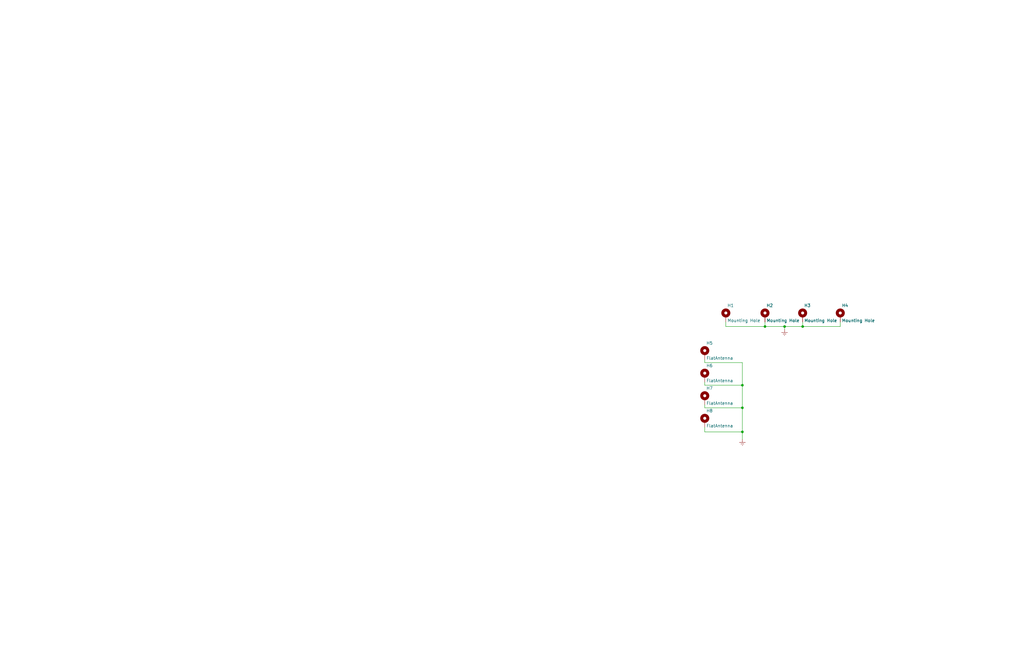
<source format=kicad_sch>
(kicad_sch (version 20200828) (generator eeschema)
  (page 4 6)
  (paper "USLedger")
  (title_block (title "AP2100-power-proto") (date "2020-10-06") (rev "1") (company "ISis ImageStream Internet Solutions, Inc."))
  (lib_symbols
    (symbol "AP2100-rescue:GND-Scott" (power) (pin_names (offset 0))
      (property "Value" "GND-Scott" (at 0 -3.81 0))
      (symbol "GND-Scott_1_1"
        (polyline (pts (xy -0.635 -1.905) (xy 0.635 -1.905)))
        (polyline (pts (xy -0.127 -2.54) (xy 0.127 -2.54)))
        (polyline (pts (xy 0 -1.27) (xy 0 0)))
        (polyline (pts (xy 1.27 -1.27) (xy -1.27 -1.27)))
        (pin power_in line (at 0 0 270) (length 0) hide (name "GND") (number "1"))
      )
    )
    (symbol "Mechanical:MountingHole_Pad" (pin_numbers hide) (pin_names (offset 1.016) hide)
      (property "Reference" "H" (at 0 6.35 0))
      (property "Value" "MountingHole_Pad" (at 0 4.445 0))
      (symbol "MountingHole_Pad_0_1"
        (circle (center 0 1.27) (radius 1.27) (stroke (width 1.27)))
      )
      (symbol "MountingHole_Pad_1_1"
        (pin input line (at 0 -2.54 90) (length 2.54) (name "1") (number "1"))
      )
    )
  )
  (junction (at 313.055 162.56) (diameter 0.9144))
  (junction (at 313.055 172.085) (diameter 0.9144))
  (junction (at 313.055 182.245) (diameter 0.9144))
  (junction (at 322.58 137.795) (diameter 0.9144))
  (junction (at 330.835 137.795) (diameter 0.9144))
  (junction (at 338.455 137.795) (diameter 0.9144))
  (wire (pts (xy 297.18 151.765) (xy 297.18 153.035)))
  (wire (pts (xy 297.18 153.035) (xy 313.055 153.035)))
  (wire (pts (xy 297.18 161.29) (xy 297.18 162.56)))
  (wire (pts (xy 297.18 162.56) (xy 313.055 162.56)))
  (wire (pts (xy 297.18 170.815) (xy 297.18 172.085)))
  (wire (pts (xy 297.18 172.085) (xy 313.055 172.085)))
  (wire (pts (xy 297.18 180.34) (xy 297.18 182.245)))
  (wire (pts (xy 297.18 182.245) (xy 313.055 182.245)))
  (wire (pts (xy 306.07 135.89) (xy 306.07 137.795)))
  (wire (pts (xy 306.07 137.795) (xy 322.58 137.795)))
  (wire (pts (xy 313.055 153.035) (xy 313.055 162.56)))
  (wire (pts (xy 313.055 162.56) (xy 313.055 172.085)))
  (wire (pts (xy 313.055 172.085) (xy 313.055 182.245)))
  (wire (pts (xy 313.055 182.245) (xy 313.055 185.42)))
  (wire (pts (xy 322.58 135.89) (xy 322.58 137.795)))
  (wire (pts (xy 322.58 137.795) (xy 330.835 137.795)))
  (wire (pts (xy 330.835 137.795) (xy 330.835 139.065)))
  (wire (pts (xy 330.835 137.795) (xy 338.455 137.795)))
  (wire (pts (xy 338.455 135.89) (xy 338.455 137.795)))
  (wire (pts (xy 338.455 137.795) (xy 354.33 137.795)))
  (wire (pts (xy 354.33 137.795) (xy 354.33 135.89)))
  (symbol (lib_id "AP2100-rescue:GND-Scott") (at 313.055 185.42 0) (mirror y) (unit 1)
    (property "Reference" "#PWR068" (effects hide))
    (property "Value" "GND" (effects hide))
  )
  (symbol (lib_id "AP2100-rescue:GND-Scott") (at 330.835 139.065 0) (mirror y) (unit 1)
    (property "Reference" "#PWR067" (effects hide))
    (property "Value" "GND" (effects hide))
  )
  (symbol (lib_id "Mechanical:MountingHole_Pad") (at 297.18 149.225 0) (unit 1)
    (property "Reference" "H5" (at 297.815 144.78 0) (effects (justify left)))
    (property "Value" "FlatAntenna" (at 297.815 151.13 0) (effects (justify left)))
    (property "Footprint" "Scott:MountingHole_4.4mm_Pad_TopOnly" (effects hide))
  )
  (symbol (lib_id "Mechanical:MountingHole_Pad") (at 297.18 158.75 0) (unit 1)
    (property "Reference" "H6" (at 297.815 154.305 0) (effects (justify left)))
    (property "Value" "FlatAntenna" (at 297.815 160.655 0) (effects (justify left)))
    (property "Footprint" "Scott:MountingHole_4.4mm_Pad_TopOnly" (effects hide))
  )
  (symbol (lib_id "Mechanical:MountingHole_Pad") (at 297.18 168.275 0) (unit 1)
    (property "Reference" "H7" (at 297.815 163.83 0) (effects (justify left)))
    (property "Value" "FlatAntenna" (at 297.815 170.18 0) (effects (justify left)))
    (property "Footprint" "Scott:MountingHole_4.4mm_Pad_TopOnly" (effects hide))
  )
  (symbol (lib_id "Mechanical:MountingHole_Pad") (at 297.18 177.8 0) (unit 1)
    (property "Reference" "H8" (at 297.815 173.355 0) (effects (justify left)))
    (property "Value" "FlatAntenna" (at 297.815 179.705 0) (effects (justify left)))
    (property "Footprint" "Scott:MountingHole_4.4mm_Pad_TopOnly" (effects hide))
  )
  (symbol (lib_id "Mechanical:MountingHole_Pad") (at 306.07 133.35 0) (unit 1)
    (property "Reference" "H1" (at 306.705 128.905 0) (effects (justify left)))
    (property "Value" "Mounting Hole" (at 306.705 135.255 0) (effects (justify left)))
    (property "Footprint" "MountingHole:MountingHole_2.5mm_Pad_TopBottom" (effects hide))
  )
  (symbol (lib_id "Mechanical:MountingHole_Pad") (at 322.58 133.35 0) (unit 1)
    (property "Reference" "H2" (at 323.215 128.905 0) (effects (justify left)))
    (property "Value" "Mounting Hole" (at 323.215 135.255 0) (effects (justify left)))
    (property "Footprint" "MountingHole:MountingHole_2.5mm_Pad_TopBottom" (effects hide))
  )
  (symbol (lib_id "Mechanical:MountingHole_Pad") (at 338.455 133.35 0) (unit 1)
    (property "Reference" "H3" (at 339.09 128.905 0) (effects (justify left)))
    (property "Value" "Mounting Hole" (at 339.09 135.255 0) (effects (justify left)))
    (property "Footprint" "MountingHole:MountingHole_2.5mm_Pad_TopBottom" (effects hide))
  )
  (symbol (lib_id "Mechanical:MountingHole_Pad") (at 354.33 133.35 0) (unit 1)
    (property "Reference" "H4" (at 354.965 128.905 0) (effects (justify left)))
    (property "Value" "Mounting Hole" (at 354.965 135.255 0) (effects (justify left)))
    (property "Footprint" "MountingHole:MountingHole_2.5mm_Pad_TopBottom" (effects hide))
  )
)
</source>
